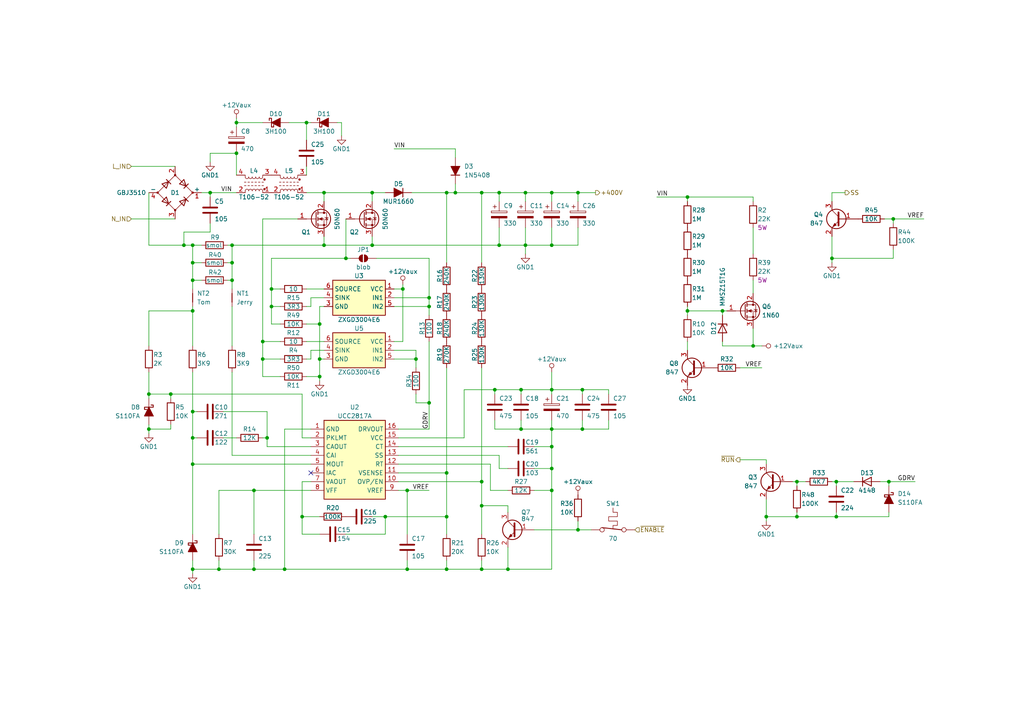
<source format=kicad_sch>
(kicad_sch (version 20231120) (generator "eeschema") (generator_version "8.0")
  (paper "A4")
  (title_block (title "Configurable 1.2kW PFC booster") (date "2025-01-03") (comment 1 "Released under CERN 0HL 2.0-S") (comment 2 "Copyright Taiyo Rawle 2025"))
  (lib_symbols
    (symbol "Device:C" (pin_numbers hide) (pin_names (offset 0.254))
      (property "Reference" "C" (at 0.635 2.54 0))
      (property "Value" "C" (at 0.635 -2.54 0))
      (symbol "C_1_1"
        (pin passive line (at 0 3.81 270) (length 2.794) (name "~") (number "1"))
        (pin passive line (at 0 -3.81 90) (length 2.794) (name "~") (number "2"))
      )
    )
    (symbol "Device:C_Polarized" (pin_numbers hide) (pin_names (offset 0.254))
      (property "Reference" "C" (at 0.635 2.54 0))
      (property "Value" "C_Polarized" (at 0.635 -2.54 0))
      (symbol "C_Polarized_1_1"
        (pin passive line (at 0 3.81 270) (length 2.794) (name "~") (number "1"))
        (pin passive line (at 0 -3.81 90) (length 2.794) (name "~") (number "2"))
      )
    )
    (symbol "Device:D" (pin_numbers hide) (pin_names (offset 1.016) hide)
      (property "Reference" "D" (at 0 2.54 0))
      (property "Value" "D" (at 0 -2.54 0))
      (symbol "D_1_1"
        (pin passive line (at -3.81 0 0) (length 2.54) (name "K") (number "1"))
        (pin passive line (at 3.81 0 180) (length 2.54) (name "A") (number "2"))
      )
    )
    (symbol "Device:D_Bridge_+AA-" (pin_names (offset 0))
      (property "Reference" "D" (at 2.54 6.985 0))
      (property "Value" "D_Bridge_+AA-" (at 2.54 5.08 0))
      (symbol "D_Bridge_+AA-_1_1"
        (pin passive line (at 7.62 0 180) (length 2.54) (name "+") (number "1"))
        (pin passive line (at 0 7.62 270) (length 2.54) (name "~") (number "2"))
        (pin passive line (at 0 -7.62 90) (length 2.54) (name "~") (number "3"))
        (pin passive line (at -7.62 0 0) (length 2.54) (name "-") (number "4"))
      )
    )
    (symbol "Device:D_Filled" (pin_numbers hide) (pin_names (offset 1.016) hide)
      (property "Reference" "D" (at 0 2.54 0))
      (property "Value" "D_Filled" (at 0 -2.54 0))
      (symbol "D_Filled_1_1"
        (pin passive line (at -3.81 0 0) (length 2.54) (name "K") (number "1"))
        (pin passive line (at 3.81 0 180) (length 2.54) (name "A") (number "2"))
      )
    )
    (symbol "Device:D_Schottky_Filled" (pin_numbers hide) (pin_names (offset 1.016) hide)
      (property "Reference" "D" (at 0 2.54 0))
      (property "Value" "D_Schottky_Filled" (at 0 -2.54 0))
      (symbol "D_Schottky_Filled_1_1"
        (pin passive line (at -3.81 0 0) (length 2.54) (name "K") (number "1"))
        (pin passive line (at 3.81 0 180) (length 2.54) (name "A") (number "2"))
      )
    )
    (symbol "Device:D_Zener" (pin_numbers hide) (pin_names (offset 1.016) hide)
      (property "Reference" "D" (at 0 2.54 0))
      (property "Value" "D_Zener" (at 0 -2.54 0))
      (symbol "D_Zener_1_1"
        (pin passive line (at -3.81 0 0) (length 2.54) (name "K") (number "1"))
        (pin passive line (at 3.81 0 180) (length 2.54) (name "A") (number "2"))
      )
    )
    (symbol "Device:L_Ferrite_Coupled" (pin_names (offset 0.254) hide)
      (property "Reference" "L" (at 0 4.445 0))
      (property "Value" "L_Ferrite_Coupled" (at 0 -4.445 0))
      (symbol "L_Ferrite_Coupled_1_1"
        (pin passive line (at -5.08 2.54 0) (length 2.54) (name "1") (number "1"))
        (pin passive line (at 5.08 2.54 180) (length 2.54) (name "2") (number "2"))
        (pin passive line (at -5.08 -2.54 0) (length 2.54) (name "3") (number "3"))
        (pin passive line (at 5.08 -2.54 180) (length 2.54) (name "4") (number "4"))
      )
    )
    (symbol "Device:NetTie_2" (pin_numbers hide) (pin_names (offset 0) hide) (in_bom no)
      (property "Reference" "NT" (at 0 1.27 0))
      (property "Value" "NetTie_2" (at 0 -1.27 0))
      (symbol "NetTie_2_1_1"
        (pin passive line (at -2.54 0 0) (length 2.54) (name "1") (number "1"))
        (pin passive line (at 2.54 0 180) (length 2.54) (name "2") (number "2"))
      )
    )
    (symbol "Device:Q_NMOS_GDS" (pin_names (offset 0) hide)
      (property "Reference" "Q" (at 5.08 1.27 0))
      (property "Value" "Q_NMOS_GDS" (at 5.08 -1.27 0))
      (symbol "Q_NMOS_GDS_1_1"
        (pin input line (at -5.08 0 0) (length 2.54) (name "G") (number "1"))
        (pin passive line (at 2.54 5.08 270) (length 2.54) (name "D") (number "2"))
        (pin passive line (at 2.54 -5.08 90) (length 2.54) (name "S") (number "3"))
      )
    )
    (symbol "Device:Q_NPN_BEC" (pin_names (offset 0) hide)
      (property "Reference" "Q" (at 5.08 1.27 0))
      (property "Value" "Q_NPN_BEC" (at 5.08 -1.27 0))
      (symbol "Q_NPN_BEC_1_1"
        (pin input line (at -5.08 0 0) (length 5.715) (name "B") (number "1"))
        (pin passive line (at 2.54 -5.08 90) (length 2.54) (name "E") (number "2"))
        (pin passive line (at 2.54 5.08 270) (length 2.54) (name "C") (number "3"))
      )
    )
    (symbol "Device:R" (pin_numbers hide) (pin_names (offset 0))
      (property "Reference" "R" (at 2.032 0 90))
      (property "Value" "R" (at 0 0 90))
      (symbol "R_1_1"
        (pin passive line (at 0 3.81 270) (length 1.27) (name "~") (number "1"))
        (pin passive line (at 0 -3.81 90) (length 1.27) (name "~") (number "2"))
      )
    )
    (symbol "HR Parts:ZXGD3004E6"
      (property "Reference" "U" (at 0 6.35 0))
      (property "Value" "ZXGD3004E6" (at 0 -6.35 0))
      (symbol "ZXGD3004E6_1_1"
        (pin power_in line (at -10.16 2.54 0) (length 2.54) (name "VCC") (number "1"))
        (pin input line (at -10.16 0 0) (length 2.54) (name "IN1") (number "2"))
        (pin power_in line (at 10.16 -2.54 180) (length 2.54) (name "GND") (number "3"))
        (pin open_collector line (at 10.16 0 180) (length 2.54) (name "SINK") (number "4"))
        (pin input line (at -10.16 -2.54 0) (length 2.54) (name "IN2") (number "5"))
        (pin open_emitter line (at 10.16 2.54 180) (length 2.54) (name "SOURCE") (number "6"))
      )
    )
    (symbol "HR-Parts:THERMOSTAT_NC" (pin_numbers hide) (pin_names (offset 0))
      (property "Reference" "SW" (at 0 2.54 0))
      (property "Value" "THERMOSTAT_NC" (at 0 -7.62 0))
      (symbol "THERMOSTAT_NC_1_1"
        (pin input line (at -6.35 0 0) (length 2.54) (name "") (number "1"))
        (pin input line (at 6.35 0 180) (length 2.54) (name "") (number "2"))
      )
    )
    (symbol "HR-parts:+12Vaux" (power) (pin_numbers hide) (pin_names (offset 0))
      (property "Value" "+12Vaux" (at 0 3.81 0))
      (symbol "+12Vaux_0_0"
        (pin power_in line (at 0 0 90) (length 0) hide (name "+12Vaux") (number "1"))
      )
    )
    (symbol "HR-parts:UCC2817A"
      (property "Reference" "U" (at 0 -13.97 0))
      (property "Value" "UCC2817A" (at 0 11.43 0))
      (symbol "UCC2817A_1_1"
        (pin power_in line (at -12.7 7.62 0) (length 3.81) (name "GND") (number "1"))
        (pin input line (at 12.7 -7.62 180) (length 3.81) (name "OVP/EN") (number "10"))
        (pin input line (at 12.7 -5.08 180) (length 3.81) (name "VSENSE") (number "11"))
        (pin input line (at 12.7 -2.54 180) (length 3.81) (name "RT") (number "12"))
        (pin input line (at 12.7 0 180) (length 3.81) (name "SS") (number "13"))
        (pin input line (at 12.7 2.54 180) (length 3.81) (name "CT") (number "14"))
        (pin power_in line (at 12.7 5.08 180) (length 3.81) (name "VCC") (number "15"))
        (pin power_out line (at 12.7 7.62 180) (length 3.81) (name "DRVOUT") (number "16"))
        (pin input line (at -12.7 5.08 0) (length 3.81) (name "PKLMT") (number "2"))
        (pin output line (at -12.7 2.54 0) (length 3.81) (name "CAOUT") (number "3"))
        (pin input line (at -12.7 0 0) (length 3.81) (name "CAI") (number "4"))
        (pin bidirectional line (at -12.7 -2.54 0) (length 3.81) (name "MOUT") (number "5"))
        (pin input line (at -12.7 -5.08 0) (length 3.81) (name "IAC") (number "6"))
        (pin output line (at -12.7 -7.62 0) (length 3.81) (name "VAOUT") (number "7"))
        (pin input line (at -12.7 -10.16 0) (length 3.81) (name "VFF") (number "8"))
        (pin output line (at 12.7 -10.16 180) (length 3.81) (name "VREF") (number "9"))
      )
    )
    (symbol "Jumper:SolderJumper_2_Open" (pin_numbers hide) (pin_names (offset 0) hide) (exclude_from_sim yes) (in_bom no)
      (property "Reference" "JP" (at 0 2.032 0))
      (property "Value" "SolderJumper_2_Open" (at 0 -2.54 0))
      (symbol "SolderJumper_2_Open_1_1"
        (pin passive line (at -3.81 0 0) (length 2.54) (name "A") (number "1"))
        (pin passive line (at 3.81 0 180) (length 2.54) (name "B") (number "2"))
      )
    )
    (symbol "power:GND1" (power) (pin_names (offset 0))
      (property "Value" "GND1" (at 0 -3.81 0))
      (symbol "GND1_1_1"
        (pin power_in line (at 0 0 270) (length 0) hide (name "GND1") (number "1"))
      )
    )
  )
  (junction (at 231.14 149.86))
  (junction (at 43.18 114.3))
  (junction (at 76.2 104.14))
  (junction (at 55.88 134.62))
  (junction (at 118.11 142.24))
  (junction (at 53.34 71.12))
  (junction (at 100.33 74.93))
  (junction (at 160.02 71.12))
  (junction (at 160.02 129.54))
  (junction (at 116.84 83.82))
  (junction (at 139.7 55.88))
  (junction (at 93.98 71.12))
  (junction (at 55.88 165.1))
  (junction (at 168.91 124.46))
  (junction (at 139.7 139.7))
  (junction (at 144.78 71.12))
  (junction (at 67.31 71.12))
  (junction (at 160.02 124.46))
  (junction (at 55.88 81.28))
  (junction (at 129.54 137.16))
  (junction (at 129.54 165.1))
  (junction (at 259.08 63.5))
  (junction (at 231.14 139.7))
  (junction (at 120.65 104.14))
  (junction (at 152.4 55.88))
  (junction (at 257.81 139.7))
  (junction (at 152.4 71.12))
  (junction (at 160.02 55.88))
  (junction (at 139.7 165.1))
  (junction (at 43.18 124.46))
  (junction (at 67.31 76.2))
  (junction (at 68.58 35.56))
  (junction (at 151.13 124.46))
  (junction (at 118.11 165.1))
  (junction (at 199.39 57.15))
  (junction (at 242.57 149.86))
  (junction (at 68.58 44.45))
  (junction (at 63.5 165.1))
  (junction (at 124.46 116.84))
  (junction (at 167.64 153.67))
  (junction (at 76.2 99.06))
  (junction (at 160.02 142.24))
  (junction (at 82.55 165.1))
  (junction (at 168.91 113.03))
  (junction (at 160.02 135.89))
  (junction (at 111.76 149.86))
  (junction (at 67.31 81.28))
  (junction (at 78.74 88.9))
  (junction (at 209.55 90.17))
  (junction (at 92.71 109.22))
  (junction (at 78.74 83.82))
  (junction (at 218.44 100.33))
  (junction (at 87.63 149.86))
  (junction (at 49.53 114.3))
  (junction (at 92.71 104.14))
  (junction (at 242.57 139.7))
  (junction (at 241.3 74.93))
  (junction (at 147.32 165.1))
  (junction (at 55.88 76.2))
  (junction (at 129.54 55.88))
  (junction (at 107.95 55.88))
  (junction (at 107.95 71.12))
  (junction (at 73.66 142.24))
  (junction (at 199.39 90.17))
  (junction (at 144.78 55.88))
  (junction (at 151.13 113.03))
  (junction (at 73.66 165.1))
  (junction (at 60.96 55.88))
  (junction (at 160.02 113.03))
  (junction (at 143.51 113.03))
  (junction (at 93.98 55.88))
  (junction (at 55.88 90.17))
  (junction (at 55.88 127))
  (junction (at 92.71 93.98))
  (junction (at 77.47 127))
  (junction (at 139.7 146.685))
  (junction (at 55.88 71.12))
  (junction (at 132.08 55.88))
  (junction (at 167.64 55.88))
  (junction (at 129.54 149.86))
  (junction (at 124.46 86.36))
  (junction (at 55.88 119.38))
  (junction (at 124.46 88.9))
  (junction (at 222.25 149.86))
  (junction (at 88.9 35.56))
  (no_connect (at 90.17 137.16))
  (wire (pts (xy 63.5 165.1) (xy 73.66 165.1)))
  (wire (pts (xy 99.06 35.56) (xy 97.79 35.56)))
  (wire (pts (xy 209.55 99.06) (xy 209.55 100.33)))
  (wire (pts (xy 115.57 132.08) (xy 144.78 132.08)))
  (wire (pts (xy 107.95 68.58) (xy 107.95 71.12)))
  (wire (pts (xy 144.78 55.88) (xy 152.4 55.88)))
  (wire (pts (xy 43.18 124.46) (xy 49.53 124.46)))
  (wire (pts (xy 60.96 44.45) (xy 60.96 46.99)))
  (wire (pts (xy 55.88 127) (xy 57.15 127)))
  (wire (pts (xy 259.08 63.5) (xy 256.54 63.5)))
  (wire (pts (xy 222.25 144.78) (xy 222.25 149.86)))
  (wire (pts (xy 67.31 76.2) (xy 67.31 81.28)))
  (wire (pts (xy 93.98 71.12) (xy 107.95 71.12)))
  (wire (pts (xy 115.57 134.62) (xy 142.24 134.62)))
  (wire (pts (xy 100.33 74.93) (xy 101.6 74.93)))
  (wire (pts (xy 67.31 107.95) (xy 67.31 132.08)))
  (wire (pts (xy 63.5 165.1) (xy 55.88 165.1)))
  (wire (pts (xy 78.74 88.9) (xy 81.28 88.9)))
  (wire (pts (xy 87.63 139.7) (xy 87.63 149.86)))
  (wire (pts (xy 118.11 142.24) (xy 124.46 142.24)))
  (wire (pts (xy 55.88 81.28) (xy 58.42 81.28)))
  (wire (pts (xy 68.58 35.56) (xy 68.58 36.83)))
  (wire (pts (xy 160.02 71.12) (xy 160.02 66.04)))
  (wire (pts (xy 222.25 149.86) (xy 231.14 149.86)))
  (wire (pts (xy 129.54 149.86) (xy 129.54 154.94)))
  (wire (pts (xy 124.46 116.84) (xy 124.46 99.06)))
  (wire (pts (xy 114.3 104.14) (xy 120.65 104.14)))
  (wire (pts (xy 78.74 88.9) (xy 78.74 93.98)))
  (wire (pts (xy 55.88 71.12) (xy 55.88 76.2)))
  (wire (pts (xy 259.08 63.5) (xy 259.08 64.77)))
  (wire (pts (xy 190.5 57.15) (xy 199.39 57.15)))
  (wire (pts (xy 88.9 83.82) (xy 93.98 83.82)))
  (wire (pts (xy 115.57 129.54) (xy 147.32 129.54)))
  (wire (pts (xy 257.81 139.7) (xy 257.81 140.97)))
  (wire (pts (xy 124.46 116.84) (xy 124.46 124.46)))
  (wire (pts (xy 87.63 154.94) (xy 92.71 154.94)))
  (wire (pts (xy 160.02 55.88) (xy 160.02 58.42)))
  (wire (pts (xy 144.78 71.12) (xy 152.4 71.12)))
  (wire (pts (xy 257.81 139.7) (xy 265.43 139.7)))
  (wire (pts (xy 139.7 165.1) (xy 147.32 165.1)))
  (wire (pts (xy 120.65 104.14) (xy 120.65 106.68)))
  (wire (pts (xy 124.46 88.9) (xy 124.46 91.44)))
  (wire (pts (xy 242.57 149.86) (xy 257.81 149.86)))
  (wire (pts (xy 143.51 124.46) (xy 151.13 124.46)))
  (wire (pts (xy 209.55 90.17) (xy 210.82 90.17)))
  (wire (pts (xy 43.18 125.73) (xy 43.18 124.46)))
  (wire (pts (xy 60.96 64.77) (xy 60.96 67.31)))
  (wire (pts (xy 92.71 104.14) (xy 92.71 109.22)))
  (wire (pts (xy 78.74 74.93) (xy 100.33 74.93)))
  (wire (pts (xy 111.76 149.86) (xy 129.54 149.86)))
  (wire (pts (xy 231.14 139.7) (xy 233.68 139.7)))
  (wire (pts (xy 267.97 63.5) (xy 259.08 63.5)))
  (wire (pts (xy 77.47 129.54) (xy 90.17 129.54)))
  (wire (pts (xy 63.5 142.24) (xy 63.5 154.94)))
  (wire (pts (xy 43.18 114.3) (xy 43.18 115.57)))
  (wire (pts (xy 139.7 106.68) (xy 139.7 139.7)))
  (wire (pts (xy 115.57 137.16) (xy 129.54 137.16)))
  (wire (pts (xy 151.13 113.03) (xy 151.13 114.3)))
  (wire (pts (xy 118.11 142.24) (xy 115.57 142.24)))
  (wire (pts (xy 118.11 165.1) (xy 129.54 165.1)))
  (wire (pts (xy 115.57 127) (xy 134.62 127)))
  (wire (pts (xy 66.04 76.2) (xy 67.31 76.2)))
  (wire (pts (xy 76.2 63.5) (xy 86.36 63.5)))
  (wire (pts (xy 132.08 53.34) (xy 132.08 55.88)))
  (wire (pts (xy 154.94 153.67) (xy 167.64 153.67)))
  (wire (pts (xy 160.02 124.46) (xy 160.02 121.92)))
  (wire (pts (xy 154.94 135.89) (xy 160.02 135.89)))
  (wire (pts (xy 90.17 101.6) (xy 90.17 104.14)))
  (wire (pts (xy 116.84 82.55) (xy 116.84 83.82)))
  (wire (pts (xy 218.44 73.66) (xy 218.44 66.04)))
  (wire (pts (xy 76.2 127) (xy 77.47 127)))
  (wire (pts (xy 116.84 83.82) (xy 116.84 99.06)))
  (wire (pts (xy 82.55 165.1) (xy 118.11 165.1)))
  (wire (pts (xy 107.95 71.12) (xy 144.78 71.12)))
  (wire (pts (xy 88.9 93.98) (xy 92.71 93.98)))
  (wire (pts (xy 90.17 104.14) (xy 88.9 104.14)))
  (wire (pts (xy 160.02 165.1) (xy 160.02 142.24)))
  (wire (pts (xy 167.64 71.12) (xy 167.64 66.04)))
  (wire (pts (xy 167.64 55.88) (xy 172.72 55.88)))
  (wire (pts (xy 73.66 142.24) (xy 73.66 154.94)))
  (wire (pts (xy 199.39 90.17) (xy 209.55 90.17)))
  (wire (pts (xy 129.54 55.88) (xy 132.08 55.88)))
  (wire (pts (xy 55.88 134.62) (xy 55.88 154.94)))
  (wire (pts (xy 43.18 124.46) (xy 43.18 123.19)))
  (wire (pts (xy 168.91 121.92) (xy 168.91 124.46)))
  (wire (pts (xy 114.3 86.36) (xy 124.46 86.36)))
  (wire (pts (xy 73.66 162.56) (xy 73.66 165.1)))
  (wire (pts (xy 199.39 57.15) (xy 218.44 57.15)))
  (wire (pts (xy 43.18 55.88) (xy 43.18 71.12)))
  (wire (pts (xy 199.39 88.9) (xy 199.39 90.17)))
  (wire (pts (xy 64.77 127) (xy 68.58 127)))
  (wire (pts (xy 55.88 165.1) (xy 55.88 162.56)))
  (wire (pts (xy 241.3 55.88) (xy 241.3 58.42)))
  (wire (pts (xy 55.88 107.95) (xy 55.88 119.38)))
  (wire (pts (xy 214.63 133.35) (xy 222.25 133.35)))
  (wire (pts (xy 76.2 104.14) (xy 81.28 104.14)))
  (wire (pts (xy 160.02 124.46) (xy 168.91 124.46)))
  (wire (pts (xy 60.96 55.88) (xy 68.58 55.88)))
  (wire (pts (xy 152.4 71.12) (xy 160.02 71.12)))
  (wire (pts (xy 55.88 127) (xy 55.88 134.62)))
  (wire (pts (xy 143.51 121.92) (xy 143.51 124.46)))
  (wire (pts (xy 167.64 55.88) (xy 167.64 58.42)))
  (wire (pts (xy 67.31 88.9) (xy 67.31 100.33)))
  (wire (pts (xy 100.33 154.94) (xy 111.76 154.94)))
  (wire (pts (xy 160.02 113.03) (xy 160.02 114.3)))
  (wire (pts (xy 90.17 88.9) (xy 88.9 88.9)))
  (wire (pts (xy 49.53 114.3) (xy 87.63 114.3)))
  (wire (pts (xy 87.63 127) (xy 90.17 127)))
  (wire (pts (xy 160.02 55.88) (xy 167.64 55.88)))
  (wire (pts (xy 151.13 124.46) (xy 160.02 124.46)))
  (wire (pts (xy 143.51 113.03) (xy 143.51 114.3)))
  (wire (pts (xy 160.02 142.24) (xy 160.02 135.89)))
  (wire (pts (xy 160.02 135.89) (xy 160.02 129.54)))
  (wire (pts (xy 38.1 63.5) (xy 50.8 63.5)))
  (wire (pts (xy 88.9 40.64) (xy 88.9 35.56)))
  (wire (pts (xy 168.91 113.03) (xy 168.91 114.3)))
  (wire (pts (xy 147.32 148.59) (xy 147.32 146.685)))
  (wire (pts (xy 67.31 132.08) (xy 90.17 132.08)))
  (wire (pts (xy 147.32 135.89) (xy 144.78 135.89)))
  (wire (pts (xy 55.88 76.2) (xy 55.88 81.28)))
  (wire (pts (xy 129.54 137.16) (xy 129.54 149.86)))
  (wire (pts (xy 78.74 74.93) (xy 78.74 83.82)))
  (wire (pts (xy 129.54 55.88) (xy 129.54 76.2)))
  (wire (pts (xy 139.7 55.88) (xy 144.78 55.88)))
  (wire (pts (xy 83.82 35.56) (xy 88.9 35.56)))
  (wire (pts (xy 209.55 100.33) (xy 218.44 100.33)))
  (wire (pts (xy 49.53 114.3) (xy 43.18 114.3)))
  (wire (pts (xy 92.71 93.98) (xy 92.71 104.14)))
  (wire (pts (xy 53.34 71.12) (xy 55.88 71.12)))
  (wire (pts (xy 160.02 107.95) (xy 160.02 113.03)))
  (wire (pts (xy 139.7 165.1) (xy 139.7 162.56)))
  (wire (pts (xy 231.14 149.86) (xy 242.57 149.86)))
  (wire (pts (xy 111.76 149.86) (xy 107.95 149.86)))
  (wire (pts (xy 87.63 149.86) (xy 87.63 154.94)))
  (wire (pts (xy 55.88 119.38) (xy 57.15 119.38)))
  (wire (pts (xy 115.57 139.7) (xy 139.7 139.7)))
  (wire (pts (xy 129.54 165.1) (xy 139.7 165.1)))
  (wire (pts (xy 139.7 146.685) (xy 147.32 146.685)))
  (wire (pts (xy 88.9 35.56) (xy 90.17 35.56)))
  (wire (pts (xy 231.14 139.7) (xy 231.14 140.97)))
  (wire (pts (xy 55.88 90.17) (xy 55.88 100.33)))
  (wire (pts (xy 76.2 104.14) (xy 76.2 109.22)))
  (wire (pts (xy 55.88 119.38) (xy 55.88 127)))
  (wire (pts (xy 120.65 114.3) (xy 120.65 116.84)))
  (wire (pts (xy 88.9 99.06) (xy 93.98 99.06)))
  (wire (pts (xy 147.32 158.75) (xy 147.32 165.1)))
  (wire (pts (xy 218.44 57.15) (xy 218.44 58.42)))
  (wire (pts (xy 151.13 113.03) (xy 160.02 113.03)))
  (wire (pts (xy 222.25 133.35) (xy 222.25 134.62)))
  (wire (pts (xy 257.81 149.86) (xy 257.81 148.59)))
  (wire (pts (xy 154.94 142.24) (xy 160.02 142.24)))
  (wire (pts (xy 144.78 66.04) (xy 144.78 71.12)))
  (wire (pts (xy 134.62 113.03) (xy 143.51 113.03)))
  (wire (pts (xy 160.02 113.03) (xy 168.91 113.03)))
  (wire (pts (xy 68.58 34.29) (xy 68.58 35.56)))
  (wire (pts (xy 114.3 83.82) (xy 116.84 83.82)))
  (wire (pts (xy 242.57 148.59) (xy 242.57 149.86)))
  (wire (pts (xy 152.4 55.88) (xy 152.4 58.42)))
  (wire (pts (xy 147.32 165.1) (xy 160.02 165.1)))
  (wire (pts (xy 151.13 121.92) (xy 151.13 124.46)))
  (wire (pts (xy 255.27 139.7) (xy 257.81 139.7)))
  (wire (pts (xy 55.88 165.1) (xy 55.88 166.37)))
  (wire (pts (xy 49.53 124.46) (xy 49.53 123.19)))
  (wire (pts (xy 114.3 99.06) (xy 116.84 99.06)))
  (wire (pts (xy 78.74 83.82) (xy 81.28 83.82)))
  (wire (pts (xy 76.2 99.06) (xy 76.2 104.14)))
  (wire (pts (xy 144.78 135.89) (xy 144.78 132.08)))
  (wire (pts (xy 142.24 142.24) (xy 147.32 142.24)))
  (wire (pts (xy 73.66 165.1) (xy 82.55 165.1)))
  (wire (pts (xy 199.39 90.17) (xy 199.39 91.44)))
  (wire (pts (xy 139.7 55.88) (xy 139.7 76.2)))
  (wire (pts (xy 160.02 124.46) (xy 160.02 129.54)))
  (wire (pts (xy 38.1 48.26) (xy 50.8 48.26)))
  (wire (pts (xy 118.11 162.56) (xy 118.11 165.1)))
  (wire (pts (xy 68.58 44.45) (xy 60.96 44.45)))
  (wire (pts (xy 242.57 139.7) (xy 247.65 139.7)))
  (wire (pts (xy 242.57 139.7) (xy 242.57 140.97)))
  (wire (pts (xy 109.22 74.93) (xy 124.46 74.93)))
  (wire (pts (xy 139.7 146.685) (xy 139.7 154.94)))
  (wire (pts (xy 43.18 71.12) (xy 53.34 71.12)))
  (wire (pts (xy 152.4 66.04) (xy 152.4 71.12)))
  (wire (pts (xy 92.71 109.22) (xy 88.9 109.22)))
  (wire (pts (xy 129.54 106.68) (xy 129.54 137.16)))
  (wire (pts (xy 199.39 58.42) (xy 199.39 57.15)))
  (wire (pts (xy 241.3 76.2) (xy 241.3 74.93)))
  (wire (pts (xy 76.2 99.06) (xy 81.28 99.06)))
  (wire (pts (xy 218.44 100.33) (xy 220.98 100.33)))
  (wire (pts (xy 160.02 71.12) (xy 167.64 71.12)))
  (wire (pts (xy 53.34 67.31) (xy 53.34 71.12)))
  (wire (pts (xy 43.18 90.17) (xy 43.18 100.33)))
  (wire (pts (xy 111.76 154.94) (xy 111.76 149.86)))
  (wire (pts (xy 167.64 153.67) (xy 171.45 153.67)))
  (wire (pts (xy 58.42 55.88) (xy 60.96 55.88)))
  (wire (pts (xy 118.11 142.24) (xy 118.11 154.94)))
  (wire (pts (xy 92.71 109.22) (xy 92.71 110.49)))
  (wire (pts (xy 63.5 142.24) (xy 73.66 142.24)))
  (wire (pts (xy 60.96 67.31) (xy 53.34 67.31)))
  (wire (pts (xy 68.58 50.8) (xy 68.58 44.45)))
  (wire (pts (xy 77.47 127) (xy 77.47 129.54)))
  (wire (pts (xy 176.53 124.46) (xy 176.53 121.92)))
  (wire (pts (xy 76.2 63.5) (xy 76.2 99.06)))
  (wire (pts (xy 129.54 162.56) (xy 129.54 165.1)))
  (wire (pts (xy 55.88 76.2) (xy 58.42 76.2)))
  (wire (pts (xy 99.06 35.56) (xy 99.06 39.37)))
  (wire (pts (xy 241.3 74.93) (xy 259.08 74.93)))
  (wire (pts (xy 209.55 90.17) (xy 209.55 91.44)))
  (wire (pts (xy 93.98 86.36) (xy 90.17 86.36)))
  (wire (pts (xy 88.9 55.88) (xy 93.98 55.88)))
  (wire (pts (xy 63.5 162.56) (xy 63.5 165.1)))
  (wire (pts (xy 64.77 119.38) (xy 77.47 119.38)))
  (wire (pts (xy 49.53 114.3) (xy 49.53 115.57)))
  (wire (pts (xy 43.18 107.95) (xy 43.18 114.3)))
  (wire (pts (xy 78.74 83.82) (xy 78.74 88.9)))
  (wire (pts (xy 152.4 71.12) (xy 152.4 73.66)))
  (wire (pts (xy 88.9 50.8) (xy 88.9 48.26)))
  (wire (pts (xy 114.3 88.9) (xy 124.46 88.9)))
  (wire (pts (xy 107.95 55.88) (xy 107.95 58.42)))
  (wire (pts (xy 259.08 74.93) (xy 259.08 72.39)))
  (wire (pts (xy 241.3 139.7) (xy 242.57 139.7)))
  (wire (pts (xy 66.04 71.12) (xy 67.31 71.12)))
  (wire (pts (xy 92.71 104.14) (xy 93.98 104.14)))
  (wire (pts (xy 199.39 99.06) (xy 199.39 101.6)))
  (wire (pts (xy 220.98 106.68) (xy 214.63 106.68)))
  (wire (pts (xy 139.7 139.7) (xy 139.7 146.685)))
  (wire (pts (xy 60.96 55.88) (xy 60.96 57.15)))
  (wire (pts (xy 144.78 55.88) (xy 144.78 58.42)))
  (wire (pts (xy 55.88 134.62) (xy 90.17 134.62)))
  (wire (pts (xy 100.33 63.5) (xy 100.33 74.93)))
  (wire (pts (xy 82.55 124.46) (xy 82.55 165.1)))
  (wire (pts (xy 143.51 113.03) (xy 151.13 113.03)))
  (wire (pts (xy 132.08 43.18) (xy 132.08 45.72)))
  (wire (pts (xy 241.3 74.93) (xy 241.3 68.58)))
  (wire (pts (xy 90.17 86.36) (xy 90.17 88.9)))
  (wire (pts (xy 87.63 114.3) (xy 87.63 127)))
  (wire (pts (xy 229.87 139.7) (xy 231.14 139.7)))
  (wire (pts (xy 231.14 148.59) (xy 231.14 149.86)))
  (wire (pts (xy 66.04 81.28) (xy 67.31 81.28)))
  (wire (pts (xy 67.31 71.12) (xy 67.31 76.2)))
  (wire (pts (xy 176.53 113.03) (xy 176.53 114.3)))
  (wire (pts (xy 245.11 55.88) (xy 241.3 55.88)))
  (wire (pts (xy 142.24 134.62) (xy 142.24 142.24)))
  (wire (pts (xy 124.46 86.36) (xy 124.46 88.9)))
  (wire (pts (xy 115.57 124.46) (xy 124.46 124.46)))
  (wire (pts (xy 93.98 101.6) (xy 90.17 101.6)))
  (wire (pts (xy 93.98 55.88) (xy 93.98 58.42)))
  (wire (pts (xy 107.95 55.88) (xy 111.76 55.88)))
  (wire (pts (xy 152.4 55.88) (xy 160.02 55.88)))
  (wire (pts (xy 55.88 71.12) (xy 58.42 71.12)))
  (wire (pts (xy 168.91 113.03) (xy 176.53 113.03)))
  (wire (pts (xy 76.2 109.22) (xy 81.28 109.22)))
  (wire (pts (xy 68.58 35.56) (xy 76.2 35.56)))
  (wire (pts (xy 124.46 74.93) (xy 124.46 86.36)))
  (wire (pts (xy 67.31 81.28) (xy 67.31 83.82)))
  (wire (pts (xy 93.98 88.9) (xy 92.71 88.9)))
  (wire (pts (xy 92.71 88.9) (xy 92.71 93.98)))
  (wire (pts (xy 167.64 151.13) (xy 167.64 153.67)))
  (wire (pts (xy 120.65 116.84) (xy 124.46 116.84)))
  (wire (pts (xy 77.47 119.38) (xy 77.47 127)))
  (wire (pts (xy 132.08 55.88) (xy 139.7 55.88)))
  (wire (pts (xy 55.88 81.28) (xy 55.88 83.82)))
  (wire (pts (xy 134.62 127) (xy 134.62 113.03)))
  (wire (pts (xy 90.17 139.7) (xy 87.63 139.7)))
  (wire (pts (xy 222.25 149.86) (xy 222.25 151.13)))
  (wire (pts (xy 218.44 81.28) (xy 218.44 85.09)))
  (wire (pts (xy 93.98 55.88) (xy 107.95 55.88)))
  (wire (pts (xy 120.65 101.6) (xy 120.65 104.14)))
  (wire (pts (xy 67.31 71.12) (xy 93.98 71.12)))
  (wire (pts (xy 90.17 124.46) (xy 82.55 124.46)))
  (wire (pts (xy 78.74 93.98) (xy 81.28 93.98)))
  (wire (pts (xy 119.38 55.88) (xy 129.54 55.88)))
  (wire (pts (xy 55.88 90.17) (xy 43.18 90.17)))
  (wire (pts (xy 114.3 43.18) (xy 132.08 43.18)))
  (wire (pts (xy 93.98 68.58) (xy 93.98 71.12)))
  (wire (pts (xy 73.66 142.24) (xy 90.17 142.24)))
  (wire (pts (xy 114.3 101.6) (xy 120.65 101.6)))
  (wire (pts (xy 168.91 124.46) (xy 176.53 124.46)))
  (wire (pts (xy 55.88 88.9) (xy 55.88 90.17)))
  (wire (pts (xy 218.44 95.25) (xy 218.44 100.33)))
  (wire (pts (xy 87.63 149.86) (xy 92.71 149.86)))
  (wire (pts (xy 160.02 129.54) (xy 154.94 129.54)))
  (label "VREF" (at 220.98 106.68 180))
  (label "VREF" (at 124.46 142.24 180))
  (label "VREF" (at 267.97 63.5 180))
  (label "VIN" (at 190.5 57.15 0))
  (label "GDRV" (at 124.46 124.46 90))
  (label "VIN" (at 114.3 43.18 0))
  (label "VIN" (at 67.31 55.88 180))
  (label "GDRV" (at 265.43 139.7 180))
  (hierarchical_label "~{RUN}" (shape output) (at 214.63 133.35 180))
  (hierarchical_label "~{ENABLE}" (shape input) (at 184.15 153.67 0))
  (hierarchical_label "+400V" (shape output) (at 172.72 55.88 0))
  (hierarchical_label "L_IN" (shape input) (at 38.1 48.26 180))
  (hierarchical_label "SS" (shape output) (at 245.11 55.88 0))
  (hierarchical_label "N_IN" (shape input) (at 38.1 63.5 180))
  (symbol (lib_id "Device:R") (at 259.08 68.58 0) (unit 1)
    (property "Reference" "R44" (at 260.35 67.31 0) (effects (justify left)))
    (property "Value" "100K" (at 260.35 69.85 0) (effects (justify left)))
    (property "Footprint" "Resistor_SMD:R_0805_2012Metric" (effects (hide yes)))
  )
  (symbol (lib_id "Device:C_Polarized") (at 160.02 62.23 0) (unit 1)
    (property "Reference" "C14" (at 161.29 59.69 0) (effects (justify left)))
    (property "Value" "330" (at 161.29 64.77 0) (effects (justify left)))
    (property "Footprint" "Capacitor_THT:CP_Radial_D30.0mm_P10.00mm_SnapIn" (effects (hide yes)))
  )
  (symbol (lib_id "Device:C_Polarized") (at 152.4 62.23 0) (unit 1)
    (property "Reference" "C11" (at 153.67 59.69 0) (effects (justify left)))
    (property "Value" "330" (at 153.67 64.77 0) (effects (justify left)))
    (property "Footprint" "Capacitor_THT:CP_Radial_D30.0mm_P10.00mm_SnapIn" (effects (hide yes)))
  )
  (symbol (lib_id "Device:Q_NMOS_GDS") (at 215.9 90.17 0) (unit 1)
    (property "Reference" "Q6" (at 220.98 88.9 0) (effects (justify left)))
    (property "Value" "1N60" (at 220.98 91.44 0) (effects (justify left)))
    (property "Footprint" "Package_TO_SOT_SMD:TO-252-2" (effects (hide yes)))
  )
  (symbol (lib_id "Device:R") (at 218.44 62.23 0) (mirror x) (unit 1)
    (property "Reference" "R2" (at 219.71 60.96 0) (effects (justify left)))
    (property "Value" "22K" (at 219.71 63.5 0) (effects (justify left)))
    (property "Footprint" "Resistor_THT:R_Axial_DIN0617_L17.0mm_D6.0mm_P5.08mm_Vertical" (effects (hide yes)))
    (property "Power" "5W" (at 219.71 66.04 0) (effects (justify left)))
  )
  (symbol (lib_id "Device:R") (at 199.39 62.23 0) (unit 1)
    (property "Reference" "R28" (at 200.66 60.96 0) (effects (justify left)))
    (property "Value" "1M" (at 200.66 63.5 0) (effects (justify left)))
    (property "Footprint" "Resistor_SMD:R_0805_2012Metric" (effects (hide yes)))
  )
  (symbol (lib_id "Device:R") (at 210.82 106.68 270) (mirror x) (unit 1)
    (property "Reference" "R32" (at 210.82 104.14 90))
    (property "Value" "10K" (at 210.82 106.68 90))
    (property "Footprint" "Resistor_SMD:R_0805_2012Metric" (effects (hide yes)))
  )
  (symbol (lib_id "Device:R") (at 252.73 63.5 270) (mirror x) (unit 1)
    (property "Reference" "R45" (at 252.73 60.96 90))
    (property "Value" "10K" (at 252.73 63.5 90))
    (property "Footprint" "Resistor_SMD:R_0805_2012Metric" (effects (hide yes)))
  )
  (symbol (lib_id "Device:C") (at 151.13 118.11 0) (unit 1)
    (property "Reference" "C18" (at 152.4 115.57 0) (effects (justify left)))
    (property "Value" "105" (at 152.4 120.65 0) (effects (justify left)))
    (property "Footprint" "Capacitor_SMD:C_0805_2012Metric" (effects (hide yes)))
  )
  (symbol (lib_id "Device:R") (at 85.09 109.22 90) (mirror x) (unit 1)
    (property "Reference" "R11" (at 85.09 111.76 90))
    (property "Value" "10K" (at 85.09 109.22 90))
    (property "Footprint" "Resistor_SMD:R_0805_2012Metric" (effects (hide yes)))
  )
  (symbol (lib_id "Device:C") (at 60.96 127 90) (unit 1)
    (property "Reference" "C12" (at 62.23 125.73 90) (effects (justify right)))
    (property "Value" "122" (at 62.23 128.27 90) (effects (justify right)))
    (property "Footprint" "Capacitor_SMD:C_0805_2012Metric" (effects (hide yes)))
  )
  (symbol (lib_id "Device:D_Schottky_Filled") (at 93.98 35.56 0) (unit 1)
    (property "Reference" "D11" (at 93.98 33.02 0))
    (property "Value" "3H100" (at 93.98 38.1 0))
    (property "Footprint" "Diode_SMD:D_SMB" (effects (hide yes)))
  )
  (symbol (lib_id "Device:L_Ferrite_Coupled") (at 73.66 53.34 180) (unit 1)
    (property "Reference" "L4" (at 73.66 49.53 0))
    (property "Value" "T106-52" (at 73.66 57.15 0))
    (property "Footprint" "HR_Parts:L_TOROID_D32_W18_4P_2" (effects (hide yes)))
  )
  (symbol (lib_id "power:GND1") (at 222.25 151.13 0) (mirror y) (unit 1)
    (property "Reference" "#PWR014" (effects (hide yes)))
    (property "Value" "GND1" (at 222.25 154.94 0))
  )
  (symbol (lib_id "Device:Q_NMOS_GDS") (at 91.44 63.5 0) (unit 1)
    (property "Reference" "Q1" (at 90.17 67.31 0) (effects (justify right)))
    (property "Value" "50N60" (at 97.79 63.5 90))
    (property "Footprint" "Package_TO_SOT_THT:TO-247-3_Vertical" (effects (hide yes)))
  )
  (symbol (lib_id "Device:C") (at 168.91 118.11 0) (unit 1)
    (property "Reference" "C24" (at 170.18 115.57 0) (effects (justify left)))
    (property "Value" "475" (at 170.18 120.65 0) (effects (justify left)))
    (property "Footprint" "Capacitor_SMD:C_1210_3225Metric" (effects (hide yes)))
  )
  (symbol (lib_id "Device:R") (at 231.14 144.78 0) (unit 1)
    (property "Reference" "R48" (at 232.41 143.51 0) (effects (justify left)))
    (property "Value" "100K" (at 232.41 146.05 0) (effects (justify left)))
    (property "Footprint" "Resistor_SMD:R_0805_2012Metric" (effects (hide yes)))
  )
  (symbol (lib_id "Device:C") (at 242.57 144.78 0) (unit 1)
    (property "Reference" "C22" (at 243.84 142.24 0) (effects (justify left)))
    (property "Value" "224" (at 243.84 147.32 0) (effects (justify left)))
    (property "Footprint" "Capacitor_SMD:C_0805_2012Metric" (effects (hide yes)))
  )
  (symbol (lib_id "Device:R") (at 62.23 81.28 270) (unit 1)
    (property "Reference" "R42" (at 62.357 78.994 90))
    (property "Value" "smol" (at 62.23 81.28 90))
    (property "Footprint" "Resistor_SMD:R_2512_6332Metric" (effects (hide yes)))
  )
  (symbol (lib_id "Device:NetTie_2") (at 67.31 86.36 90) (unit 1) (in_bom no)
    (property "Reference" "NT1" (at 68.58 85.0899 90) (effects (justify right)))
    (property "Value" "Jerry" (at 68.58 87.6299 90) (effects (justify right)))
    (property "Footprint" "NetTie:NetTie-2_SMD_Pad0.5mm" (effects (hide yes)))
    (property "Description" "Net tie, 2 pins" (effects (hide yes)))
  )
  (symbol (lib_id "Device:R") (at 72.39 127 90) (unit 1)
    (property "Reference" "R14" (at 72.39 124.46 90))
    (property "Value" "12K" (at 72.39 127 90))
    (property "Footprint" "Resistor_SMD:R_0805_2012Metric" (effects (hide yes)))
  )
  (symbol (lib_id "Device:C_Polarized") (at 144.78 62.23 0) (unit 1)
    (property "Reference" "C9" (at 146.05 59.69 0) (effects (justify left)))
    (property "Value" "330" (at 146.05 64.77 0) (effects (justify left)))
    (property "Footprint" "Capacitor_THT:CP_Radial_D30.0mm_P10.00mm_SnapIn" (effects (hide yes)))
  )
  (symbol (lib_id "Device:Q_NPN_BEC") (at 201.93 106.68 0) (mirror y) (unit 1)
    (property "Reference" "Q8" (at 196.85 105.41 0) (effects (justify left)))
    (property "Value" "847" (at 196.85 107.95 0) (effects (justify left)))
    (property "Footprint" "Package_TO_SOT_SMD:SOT-23" (effects (hide yes)))
  )
  (symbol (lib_id "Device:D_Schottky_Filled") (at 43.18 119.38 270) (unit 1)
    (property "Reference" "D8" (at 40.64 118.11 90) (effects (justify right)))
    (property "Value" "S110FA" (at 40.64 120.65 90) (effects (justify right)))
    (property "Footprint" "Diode_SMD:D_SOD-123" (effects (hide yes)))
  )
  (symbol (lib_id "Device:C_Polarized") (at 160.02 118.11 0) (unit 1)
    (property "Reference" "C21" (at 161.29 115.57 0) (effects (justify left)))
    (property "Value" "470" (at 161.29 120.65 0) (effects (justify left)))
    (property "Footprint" "Capacitor_THT:CP_Radial_D10.0mm_P5.00mm" (effects (hide yes)))
  )
  (symbol (lib_id "Device:R") (at 167.64 147.32 0) (unit 1)
    (property "Reference" "R36" (at 166.37 146.05 0) (effects (justify right)))
    (property "Value" "10K" (at 166.37 148.59 0) (effects (justify right)))
    (property "Footprint" "Resistor_SMD:R_0805_2012Metric" (effects (hide yes)))
  )
  (symbol (lib_id "power:GND1") (at 152.4 73.66 0) (unit 1)
    (property "Reference" "#PWR06" (effects (hide yes)))
    (property "Value" "GND1" (at 152.4 77.47 0))
  )
  (symbol (lib_id "Device:D_Bridge_+AA-") (at 50.8 55.88 0) (unit 1)
    (property "Reference" "D1" (at 50.8 55.88 0))
    (property "Value" "GBJ3510" (at 38.1 55.88 0))
    (property "Footprint" "HR_Parts:DIODE_BRIDGE_PB_VERTICAL" (effects (hide yes)))
  )
  (symbol (lib_id "Device:D_Schottky_Filled") (at 55.88 158.75 270) (unit 1)
    (property "Reference" "D9" (at 53.34 157.48 90) (effects (justify right)))
    (property "Value" "S110FA" (at 53.34 160.02 90) (effects (justify right)))
    (property "Footprint" "Diode_SMD:D_SOD-123" (effects (hide yes)))
  )
  (symbol (lib_id "Device:R") (at 129.54 95.25 0) (unit 1)
    (property "Reference" "R18" (at 128.27 95.25 90) (effects (justify bottom)))
    (property "Value" "240K" (at 129.54 95.25 90))
    (property "Footprint" "Resistor_SMD:R_0805_2012Metric" (effects (hide yes)))
  )
  (symbol (lib_id "HR-Parts:THERMOSTAT_NC") (at 177.8 153.67 180) (unit 1)
    (property "Reference" "SW1" (at 177.8 146.05 0))
    (property "Value" "70" (at 177.8 156.21 0))
    (property "Footprint" "Package_TO_SOT_THT:TO-220-2_Vertical" (effects (hide yes)))
  )
  (symbol (lib_id "power:GND1") (at 99.06 39.37 0) (mirror y) (unit 1)
    (property "Reference" "#PWR013" (effects (hide yes)))
    (property "Value" "GND1" (at 99.06 43.18 0))
  )
  (symbol (lib_id "Device:R") (at 129.54 80.01 0) (unit 1)
    (property "Reference" "R16" (at 128.27 80.01 90) (effects (justify bottom)))
    (property "Value" "240K" (at 129.54 80.01 90))
    (property "Footprint" "Resistor_SMD:R_0805_2012Metric" (effects (hide yes)))
  )
  (symbol (lib_id "HR Parts:ZXGD3004E6") (at 104.14 101.6 0) (mirror y) (unit 1)
    (property "Reference" "U5" (at 104.14 95.25 0))
    (property "Value" "ZXGD3004E6" (at 104.14 107.95 0))
    (property "Footprint" "Package_TO_SOT_SMD:SOT-23-6" (effects (hide yes)))
    (property "Datasheet" "http://www.diodes.com/_files/datasheets/ZXGD3001E6.pdf" (effects (hide yes)))
    (property "Description" "8A (peak) Gate driver, 40V, 1ns delay, SOT-23-6" (effects (hide yes)))
  )
  (symbol (lib_id "Jumper:SolderJumper_2_Open") (at 105.41 74.93 0) (unit 1) (exclude_from_sim yes) (in_bom no)
    (property "Reference" "JP1" (at 105.41 72.39 0))
    (property "Value" "blob" (at 105.41 77.47 0))
    (property "Footprint" "Jumper:SolderJumper-2_P1.3mm_Open_RoundedPad1.0x1.5mm" (effects (hide yes)))
    (property "Description" "Solder Jumper, 2-pole, open" (effects (hide yes)))
  )
  (symbol (lib_id "Device:D_Filled") (at 115.57 55.88 0) (mirror y) (unit 1)
    (property "Reference" "D5" (at 115.57 53.34 0))
    (property "Value" "MUR1660" (at 115.57 58.42 0))
    (property "Footprint" "Package_TO_SOT_THT:TO-220-2_Vertical" (effects (hide yes)))
    (property "dirty secret" "i once sat down to pee" (effects (hide yes)))
  )
  (symbol (lib_id "Device:R") (at 139.7 80.01 0) (unit 1)
    (property "Reference" "R22" (at 138.43 80.01 90) (effects (justify bottom)))
    (property "Value" "130K" (at 139.7 80.01 90))
    (property "Footprint" "Resistor_SMD:R_0805_2012Metric" (effects (hide yes)))
  )
  (symbol (lib_id "power:GND1") (at 55.88 166.37 0) (mirror y) (unit 1)
    (property "Reference" "#PWR011" (effects (hide yes)))
    (property "Value" "GND1" (at 55.88 170.18 0))
  )
  (symbol (lib_id "Device:R") (at 124.46 95.25 0) (mirror y) (unit 1)
    (property "Reference" "R13" (at 123.19 95.25 90) (effects (justify top)))
    (property "Value" "100" (at 124.46 95.25 90))
    (property "Footprint" "Resistor_SMD:R_0805_2012Metric" (effects (hide yes)))
  )
  (symbol (lib_id "Device:R") (at 85.09 99.06 270) (unit 1)
    (property "Reference" "R4" (at 85.09 101.6 90))
    (property "Value" "10" (at 85.09 99.06 90))
    (property "Footprint" "Resistor_SMD:R_0805_2012Metric" (effects (hide yes)))
  )
  (symbol (lib_id "Device:R") (at 43.18 104.14 0) (unit 1)
    (property "Reference" "R3" (at 44.45 102.87 0) (effects (justify left)))
    (property "Value" "2K" (at 44.45 105.41 0) (effects (justify left)))
    (property "Footprint" "Resistor_SMD:R_0805_2012Metric" (effects (hide yes)))
  )
  (symbol (lib_id "Device:C") (at 151.13 135.89 90) (unit 1)
    (property "Reference" "C20" (at 152.4 134.62 90) (effects (justify right)))
    (property "Value" "103" (at 152.4 137.16 90) (effects (justify right)))
    (property "Footprint" "Capacitor_SMD:C_0805_2012Metric" (effects (hide yes)))
  )
  (symbol (lib_id "power:GND1") (at 60.96 46.99 0) (mirror y) (unit 1)
    (property "Reference" "#PWR016" (effects (hide yes)))
    (property "Value" "GND1" (at 60.96 50.8 0))
  )
  (symbol (lib_id "Device:Q_NPN_BEC") (at 243.84 63.5 0) (mirror y) (unit 1)
    (property "Reference" "Q4" (at 238.76 62.23 0) (effects (justify left)))
    (property "Value" "847" (at 238.76 64.77 0) (effects (justify left)))
    (property "Footprint" "Package_TO_SOT_SMD:SOT-23" (effects (hide yes)))
  )
  (symbol (lib_id "Device:R") (at 199.39 77.47 0) (unit 1)
    (property "Reference" "R30" (at 200.66 76.2 0) (effects (justify left)))
    (property "Value" "1M" (at 200.66 78.74 0) (effects (justify left)))
    (property "Footprint" "Resistor_SMD:R_0805_2012Metric" (effects (hide yes)))
  )
  (symbol (lib_id "Device:R") (at 129.54 102.87 0) (unit 1)
    (property "Reference" "R19" (at 128.27 102.87 90) (effects (justify bottom)))
    (property "Value" "270K" (at 129.54 102.87 90))
    (property "Footprint" "Resistor_SMD:R_0805_2012Metric" (effects (hide yes)))
  )
  (symbol (lib_id "Device:C_Polarized") (at 167.64 62.23 0) (unit 1)
    (property "Reference" "C26" (at 168.91 59.69 0) (effects (justify left)))
    (property "Value" "330" (at 168.91 64.77 0) (effects (justify left)))
    (property "Footprint" "Capacitor_THT:CP_Radial_D30.0mm_P10.00mm_SnapIn" (effects (hide yes)))
  )
  (symbol (lib_id "HR-parts:+12Vaux") (at 116.84 82.55 0) (mirror y) (unit 1)
    (property "Reference" "#PWR03" (effects (hide yes)))
    (property "Value" "+12Vaux" (at 116.84 78.74 0))
  )
  (symbol (lib_id "HR Parts:ZXGD3004E6") (at 104.14 86.36 0) (mirror y) (unit 1)
    (property "Reference" "U3" (at 104.14 80.01 0))
    (property "Value" "ZXGD3004E6" (at 104.14 92.71 0))
    (property "Footprint" "Package_TO_SOT_SMD:SOT-23-6" (effects (hide yes)))
    (property "Datasheet" "http://www.diodes.com/_files/datasheets/ZXGD3001E6.pdf" (effects (hide yes)))
    (property "Description" "8A (peak) Gate driver, 40V, 1ns delay, SOT-23-6" (effects (hide yes)))
  )
  (symbol (lib_id "Device:C") (at 88.9 44.45 0) (unit 1)
    (property "Reference" "C25" (at 90.17 41.91 0) (effects (justify left)))
    (property "Value" "105" (at 90.17 46.99 0) (effects (justify left)))
    (property "Footprint" "Capacitor_SMD:C_1210_3225Metric" (effects (hide yes)))
  )
  (symbol (lib_id "Device:R") (at 199.39 69.85 0) (unit 1)
    (property "Reference" "R29" (at 200.66 68.58 0) (effects (justify left)))
    (property "Value" "1M" (at 200.66 71.12 0) (effects (justify left)))
    (property "Footprint" "Resistor_SMD:R_0805_2012Metric" (effects (hide yes)))
  )
  (symbol (lib_id "Device:R") (at 129.54 158.75 0) (unit 1)
    (property "Reference" "R21" (at 130.81 157.48 0) (effects (justify left)))
    (property "Value" "20K" (at 130.81 160.02 0) (effects (justify left)))
    (property "Footprint" "Resistor_SMD:R_0805_2012Metric" (effects (hide yes)))
  )
  (symbol (lib_id "Device:C") (at 60.96 60.96 0) (unit 1)
    (property "Reference" "C5" (at 62.23 58.42 0) (effects (justify left)))
    (property "Value" "105" (at 62.23 63.5 0) (effects (justify left)))
    (property "Footprint" "Capacitor_THT:C_Rect_L26.5mm_W11.5mm_P22.50mm_MKS4" (effects (hide yes)))
  )
  (symbol (lib_id "Device:R") (at 96.52 149.86 90) (unit 1)
    (property "Reference" "R20" (at 96.52 147.32 90))
    (property "Value" "100K" (at 96.52 149.86 90))
    (property "Footprint" "Resistor_SMD:R_0805_2012Metric" (effects (hide yes)))
  )
  (symbol (lib_id "Device:R") (at 62.23 71.12 270) (unit 1)
    (property "Reference" "R9" (at 62.357 68.834 90))
    (property "Value" "smol" (at 62.103 71.12 90))
    (property "Footprint" "Resistor_SMD:R_2512_6332Metric" (effects (hide yes)))
  )
  (symbol (lib_id "Device:C") (at 118.11 158.75 0) (unit 1)
    (property "Reference" "C17" (at 119.38 156.21 0) (effects (justify left)))
    (property "Value" "105" (at 119.38 161.29 0) (effects (justify left)))
    (property "Footprint" "Capacitor_SMD:C_0805_2012Metric" (effects (hide yes)))
  )
  (symbol (lib_id "Device:R") (at 63.5 158.75 0) (unit 1)
    (property "Reference" "R7" (at 64.77 157.48 0) (effects (justify left)))
    (property "Value" "30K" (at 64.77 160.02 0) (effects (justify left)))
    (property "Footprint" "Resistor_SMD:R_0805_2012Metric" (effects (hide yes)))
  )
  (symbol (lib_id "Device:R") (at 199.39 95.25 0) (unit 1)
    (property "Reference" "R10" (at 200.66 93.98 0) (effects (justify left)))
    (property "Value" "10K" (at 200.66 96.52 0) (effects (justify left)))
    (property "Footprint" "Resistor_SMD:R_0805_2012Metric" (effects (hide yes)))
  )
  (symbol (lib_id "Device:R") (at 139.7 95.25 0) (unit 1)
    (property "Reference" "R24" (at 138.43 95.25 90) (effects (justify bottom)))
    (property "Value" "130K" (at 139.7 95.25 90))
    (property "Footprint" "Resistor_SMD:R_0805_2012Metric" (effects (hide yes)))
  )
  (symbol (lib_id "Device:R") (at 120.65 110.49 0) (mirror y) (unit 1)
    (property "Reference" "R34" (at 119.38 110.49 90) (effects (justify top)))
    (property "Value" "100" (at 120.65 110.49 90))
    (property "Footprint" "Resistor_SMD:R_0805_2012Metric" (effects (hide yes)))
  )
  (symbol (lib_id "Device:R") (at 67.31 104.14 0) (unit 1)
    (property "Reference" "R8" (at 68.58 102.87 0) (effects (justify left)))
    (property "Value" "3K9" (at 68.58 105.41 0) (effects (justify left)))
    (property "Footprint" "Resistor_SMD:R_0805_2012Metric" (effects (hide yes)))
  )
  (symbol (lib_id "Device:D") (at 251.46 139.7 0) (unit 1)
    (property "Reference" "D13" (at 251.46 137.16 0))
    (property "Value" "4148" (at 251.46 142.24 0))
    (property "Footprint" "Diode_SMD:D_SOD-123" (effects (hide yes)))
  )
  (symbol (lib_id "Device:C") (at 143.51 118.11 0) (unit 1)
    (property "Reference" "C23" (at 144.78 115.57 0) (effects (justify left)))
    (property "Value" "475" (at 144.78 120.65 0) (effects (justify left)))
    (property "Footprint" "Capacitor_SMD:C_1210_3225Metric" (effects (hide yes)))
  )
  (symbol (lib_id "Device:R") (at 49.53 119.38 0) (unit 1)
    (property "Reference" "R5" (at 50.8 118.11 0) (effects (justify left)))
    (property "Value" "10K" (at 50.8 120.65 0) (effects (justify left)))
    (property "Footprint" "Resistor_SMD:R_0805_2012Metric" (effects (hide yes)))
  )
  (symbol (lib_id "Device:R") (at 139.7 102.87 0) (unit 1)
    (property "Reference" "R25" (at 138.43 102.87 90) (effects (justify bottom)))
    (property "Value" "130K" (at 139.7 102.87 90))
    (property "Footprint" "Resistor_SMD:R_0805_2012Metric" (effects (hide yes)))
  )
  (symbol (lib_id "HR-parts:+12Vaux") (at 167.64 143.51 0) (mirror y) (unit 1)
    (property "Reference" "#PWR025" (effects (hide yes)))
    (property "Value" "+12Vaux" (at 167.64 139.7 0))
  )
  (symbol (lib_id "power:GND1") (at 92.71 110.49 0) (mirror y) (unit 1)
    (property "Reference" "#PWR04" (effects (hide yes)))
    (property "Value" "GND1" (at 92.71 114.3 0))
  )
  (symbol (lib_id "Device:Q_NMOS_GDS") (at 105.41 63.5 0) (unit 1)
    (property "Reference" "Q2" (at 104.14 67.31 0) (effects (justify right)))
    (property "Value" "50N60" (at 111.76 63.5 90))
    (property "Footprint" "Package_TO_SOT_THT:TO-247-3_Vertical" (effects (hide yes)))
  )
  (symbol (lib_id "Device:C") (at 73.66 158.75 0) (unit 1)
    (property "Reference" "C13" (at 74.93 156.21 0) (effects (justify left)))
    (property "Value" "225" (at 74.93 161.29 0) (effects (justify left)))
    (property "Footprint" "Capacitor_SMD:C_0805_2012Metric" (effects (hide yes)))
  )
  (symbol (lib_id "Device:Q_NPN_BEC") (at 224.79 139.7 0) (mirror y) (unit 1)
    (property "Reference" "Q3" (at 219.71 138.43 0) (effects (justify left)))
    (property "Value" "847" (at 219.71 140.97 0) (effects (justify left)))
    (property "Footprint" "Package_TO_SOT_SMD:SOT-23" (effects (hide yes)))
  )
  (symbol (lib_id "HR-parts:+12Vaux") (at 160.02 107.95 0) (mirror y) (unit 1)
    (property "Reference" "#PWR019" (effects (hide yes)))
    (property "Value" "+12Vaux" (at 160.02 104.14 0))
  )
  (symbol (lib_id "Device:R") (at 151.13 142.24 90) (unit 1)
    (property "Reference" "R27" (at 151.13 139.7 90))
    (property "Value" "12K" (at 151.13 142.24 90))
    (property "Footprint" "Resistor_SMD:R_0805_2012Metric" (effects (hide yes)))
  )
  (symbol (lib_id "Device:R") (at 85.09 88.9 270) (unit 1)
    (property "Reference" "R49" (at 85.09 91.44 90))
    (property "Value" "3R3" (at 85.09 88.9 90))
    (property "Footprint" "Resistor_SMD:R_0805_2012Metric" (effects (hide yes)))
  )
  (symbol (lib_id "Device:R") (at 237.49 139.7 90) (unit 1)
    (property "Reference" "R33" (at 237.49 137.16 90))
    (property "Value" "4K7" (at 237.49 139.7 90))
    (property "Footprint" "Resistor_SMD:R_0805_2012Metric" (effects (hide yes)))
  )
  (symbol (lib_id "Device:C") (at 104.14 149.86 90) (unit 1)
    (property "Reference" "C16" (at 105.41 148.59 90) (effects (justify right)))
    (property "Value" "225" (at 105.41 151.13 90) (effects (justify right)))
    (property "Footprint" "Capacitor_SMD:C_0805_2012Metric" (effects (hide yes)))
  )
  (symbol (lib_id "Device:Q_NPN_BEC") (at 149.86 153.67 0) (mirror y) (unit 1)
    (property "Reference" "Q7" (at 151.13 148.59 0) (effects (justify right)))
    (property "Value" "847" (at 151.13 150.495 0) (effects (justify right)))
    (property "Footprint" "Package_TO_SOT_SMD:SOT-23" (effects (hide yes)))
  )
  (symbol (lib_id "Device:R") (at 85.09 93.98 90) (mirror x) (unit 1)
    (property "Reference" "R12" (at 85.09 96.52 90))
    (property "Value" "10K" (at 85.09 93.98 90))
    (property "Footprint" "Resistor_SMD:R_0805_2012Metric" (effects (hide yes)))
  )
  (symbol (lib_id "power:GND1") (at 43.18 125.73 0) (mirror y) (unit 1)
    (property "Reference" "#PWR09" (effects (hide yes)))
    (property "Value" "GND1" (at 43.18 129.54 0))
  )
  (symbol (lib_id "Device:D_Schottky_Filled") (at 80.01 35.56 0) (unit 1)
    (property "Reference" "D10" (at 80.01 33.02 0))
    (property "Value" "3H100" (at 80.01 38.1 0))
    (property "Footprint" "Diode_SMD:D_SMB" (effects (hide yes)))
  )
  (symbol (lib_id "Device:R") (at 129.54 87.63 0) (unit 1)
    (property "Reference" "R17" (at 128.27 87.63 90) (effects (justify bottom)))
    (property "Value" "240K" (at 129.54 87.63 90))
    (property "Footprint" "Resistor_SMD:R_0805_2012Metric" (effects (hide yes)))
  )
  (symbol (lib_id "Device:D_Schottky_Filled") (at 257.81 144.78 270) (unit 1)
    (property "Reference" "D14" (at 260.35 143.1924 90) (effects (justify left)))
    (property "Value" "S110FA" (at 260.35 145.7324 90) (effects (justify left)))
    (property "Footprint" "Diode_SMD:D_SOD-123" (effects (hide yes)))
  )
  (symbol (lib_id "Device:C_Polarized") (at 68.58 40.64 0) (unit 1)
    (property "Reference" "C8" (at 69.85 38.1 0) (effects (justify left)))
    (property "Value" "470" (at 69.85 43.18 0) (effects (justify left)))
    (property "Footprint" "Capacitor_THT:CP_Radial_D10.0mm_P5.00mm" (effects (hide yes)))
  )
  (symbol (lib_id "Device:R") (at 85.09 104.14 270) (unit 1)
    (property "Reference" "R50" (at 85.09 106.68 90))
    (property "Value" "3R3" (at 85.09 104.14 90))
    (property "Footprint" "Resistor_SMD:R_0805_2012Metric" (effects (hide yes)))
  )
  (symbol (lib_id "Device:R") (at 199.39 85.09 0) (unit 1)
    (property "Reference" "R31" (at 200.66 83.82 0) (effects (justify left)))
    (property "Value" "1M" (at 200.66 86.36 0) (effects (justify left)))
    (property "Footprint" "Resistor_SMD:R_0805_2012Metric" (effects (hide yes)))
  )
  (symbol (lib_id "Device:R") (at 62.23 76.2 270) (unit 1)
    (property "Reference" "R40" (at 62.357 73.914 90))
    (property "Value" "smol" (at 62.23 76.2 90))
    (property "Footprint" "Resistor_SMD:R_2512_6332Metric" (effects (hide yes)))
  )
  (symbol (lib_id "Device:NetTie_2") (at 55.88 86.36 90) (unit 1) (in_bom no)
    (property "Reference" "NT2" (at 57.15 85.0899 90) (effects (justify right)))
    (property "Value" "Tom" (at 57.15 87.6299 90) (effects (justify right)))
    (property "Footprint" "NetTie:NetTie-2_SMD_Pad0.5mm" (effects (hide yes)))
    (property "Description" "Net tie, 2 pins" (effects (hide yes)))
  )
  (symbol (lib_id "Device:C") (at 151.13 129.54 90) (unit 1)
    (property "Reference" "C19" (at 152.4 128.27 90) (effects (justify right)))
    (property "Value" "561" (at 152.4 130.81 90) (effects (justify right)))
    (property "Footprint" "Capacitor_SMD:C_0805_2012Metric" (effects (hide yes)))
  )
  (symbol (lib_id "Device:R") (at 218.44 77.47 0) (mirror x) (unit 1)
    (property "Reference" "R39" (at 219.71 76.2 0) (effects (justify left)))
    (property "Value" "22K" (at 219.71 78.74 0) (effects (justify left)))
    (property "Footprint" "Resistor_THT:R_Axial_DIN0617_L17.0mm_D6.0mm_P5.08mm_Vertical" (effects (hide yes)))
    (property "Power" "5W" (at 219.71 81.28 0) (effects (justify left)))
  )
  (symbol (lib_id "power:GND1") (at 241.3 76.2 0) (unit 1)
    (property "Reference" "#PWR012" (effects (hide yes)))
    (property "Value" "GND1" (at 241.3 80.01 0))
  )
  (symbol (lib_id "Device:R") (at 55.88 104.14 0) (unit 1)
    (property "Reference" "R6" (at 57.15 102.87 0) (effects (justify left)))
    (property "Value" "3K9" (at 57.15 105.41 0) (effects (justify left)))
    (property "Footprint" "Resistor_SMD:R_0805_2012Metric" (effects (hide yes)))
  )
  (symbol (lib_id "Device:R") (at 139.7 158.75 0) (unit 1)
    (property "Reference" "R26" (at 140.97 157.48 0) (effects (justify left)))
    (property "Value" "10K" (at 140.97 160.02 0) (effects (justify left)))
    (property "Footprint" "Resistor_SMD:R_0805_2012Metric" (effects (hide yes)))
  )
  (symbol (lib_id "Device:L_Ferrite_Coupled") (at 83.82 53.34 180) (unit 1)
    (property "Reference" "L5" (at 83.82 49.53 0))
    (property "Value" "T106-52" (at 83.82 57.15 0))
    (property "Footprint" "HR_Parts:L_TOROID_D32_W18_4P_2" (effects (hide yes)))
  )
  (symbol (lib_id "Device:D_Zener") (at 209.55 95.25 270) (unit 1)
    (property "Reference" "D12" (at 207.01 95.25 0))
    (property "Value" "MMSZ15T1G" (at 209.55 88.9 0) (effects (justify right)))
    (property "Footprint" "Diode_SMD:D_SOD-123" (effects (hide yes)))
  )
  (symbol (lib_id "Device:D_Filled") (at 132.08 49.53 270) (mirror x) (unit 1)
    (property "Reference" "D3" (at 134.62 48.26 90) (effects (justify left)))
    (property "Value" "1N5408" (at 134.62 50.8 90) (effects (justify left)))
    (property "Footprint" "Diode_THT:D_DO-201_P15.24mm_Horizontal" (effects (hide yes)))
    (property "dirty secret" "i once sat down to pee" (effects (hide yes)))
  )
  (symbol (lib_id "HR-parts:+12Vaux") (at 220.98 100.33 270) (mirror x) (unit 1)
    (property "Reference" "#PWR015" (effects (hide yes)))
    (property "Value" "+12Vaux" (at 228.6 100.33 90))
  )
  (symbol (lib_id "power:GND1") (at 199.39 111.76 0) (unit 1)
    (property "Reference" "#PWR017" (effects (hide yes)))
    (property "Value" "GND1" (at 199.39 115.57 0))
  )
  (symbol (lib_id "Device:R") (at 85.09 83.82 270) (unit 1)
    (property "Reference" "R15" (at 85.09 86.36 90))
    (property "Value" "10" (at 85.09 83.82 90))
    (property "Footprint" "Resistor_SMD:R_0805_2012Metric" (effects (hide yes)))
  )
  (symbol (lib_id "Device:R") (at 139.7 87.63 0) (unit 1)
    (property "Reference" "R23" (at 138.43 87.63 90) (effects (justify bottom)))
    (property "Value" "130K" (at 139.7 87.63 90))
    (property "Footprint" "Resistor_SMD:R_0805_2012Metric" (effects (hide yes)))
  )
  (symbol (lib_id "Device:C") (at 60.96 119.38 90) (unit 1)
    (property "Reference" "C10" (at 62.23 118.11 90) (effects (justify right)))
    (property "Value" "271" (at 62.23 120.65 90) (effects (justify right)))
    (property "Footprint" "Capacitor_SMD:C_0805_2012Metric" (effects (hide yes)))
  )
  (symbol (lib_id "Device:C") (at 96.52 154.94 90) (unit 1)
    (property "Reference" "C15" (at 97.79 153.67 90) (effects (justify right)))
    (property "Value" "154" (at 97.79 156.21 90) (effects (justify right)))
    (property "Footprint" "Capacitor_SMD:C_0805_2012Metric" (effects (hide yes)))
  )
  (symbol (lib_id "HR-parts:+12Vaux") (at 68.58 34.29 0) (mirror y) (unit 1)
    (property "Reference" "#PWR010" (effects (hide yes)))
    (property "Value" "+12Vaux" (at 68.58 30.48 0))
  )
  (symbol (lib_id "Device:C") (at 176.53 118.11 0) (unit 1)
    (property "Reference" "C27" (at 177.8 115.57 0) (effects (justify left)))
    (property "Value" "105" (at 177.8 120.65 0) (effects (justify left)))
    (property "Footprint" "Capacitor_SMD:C_0805_2012Metric" (effects (hide yes)))
  )
  (symbol (lib_id "HR-parts:UCC2817A") (at 102.87 132.08 0) (unit 1)
    (property "Reference" "U2" (at 102.87 118.11 0))
    (property "Value" "UCC2817A" (at 102.87 120.65 0))
    (property "Footprint" "Package_SO:SOIC-16_3.9x9.9mm_P1.27mm" (effects (hide yes)))
  )
)
</source>
